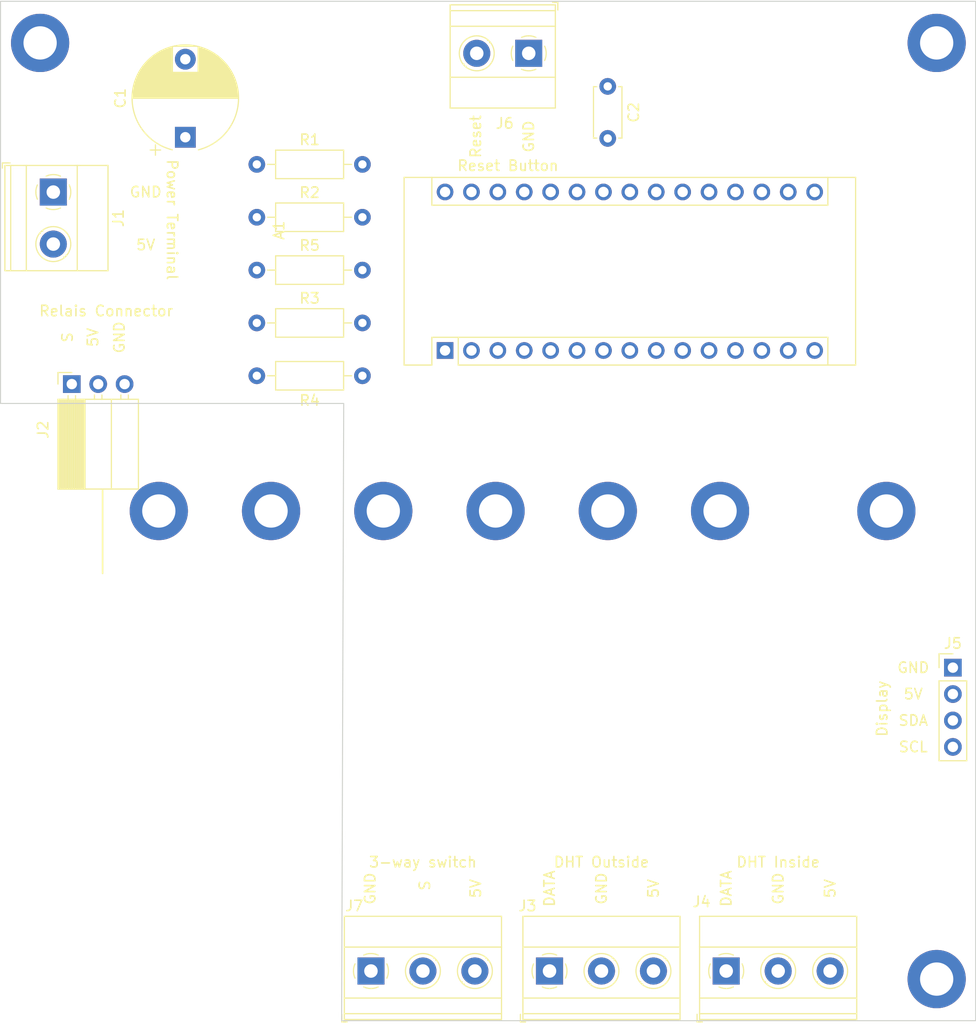
<source format=kicad_pcb>
(kicad_pcb (version 20211014) (generator pcbnew)
  (title_block (title "Dewpoint PCB") (date "2022-06-10") (rev "1.0"))
  (layers (0 "F.Cu" signal) (31 "B.Cu" signal) (34 "B.Paste" user) (35 "F.Paste" user) (36 "B.SilkS" user "B.Silkscreen") (37 "F.SilkS" user "F.Silkscreen") (38 "B.Mask" user) (39 "F.Mask" user) (44 "Edge.Cuts" user))
  (net 0 "")
  (net 4 "GND")
  (net 7 "DHT Outside")
  (net 8 "DHT Inside")
  (net 9 "Relais")
  (net 23 "SDA")
  (net 24 "SCL")
  (net 28 "Reset")
  (net 29 "+5V")
  (net 30 "Net-(J7-Pad2)")
  (footprint "Resistor_THT:R_Axial_DIN0207_L6.3mm_D2.5mm_P10.16mm_Horizontal" (layer "F.Cu") (at 67.84 55.76)
    (fp_text reference "R2" (at 5.08 -2.37) (layer "F.SilkS"))
    (fp_text value "10k")
    (fp_line (start 1.81 -1.37) (end 1.81 1.37) (layer "F.SilkS") (width 0.12))
    (fp_line (start 8.35 -1.37) (end 1.81 -1.37) (layer "F.SilkS") (width 0.12))
    (fp_line (start 1.81 1.37) (end 8.35 1.37) (layer "F.SilkS") (width 0.12))
    (fp_line (start 8.35 1.37) (end 8.35 -1.37) (layer "F.SilkS") (width 0.12))
    (fp_line (start 9.12 0) (end 8.35 0) (layer "F.SilkS") (width 0.12))
    (fp_line (start 1.04 0) (end 1.81 0) (layer "F.SilkS") (width 0.12))
    (pad "1" thru_hole circle (at 0 0) (size 1.6 1.6) (drill 0.8) (layers *.Cu *.Mask) (net 29 "+5V"))
    (pad "2" thru_hole oval (at 10.16 0) (size 1.6 1.6) (drill 0.8) (layers *.Cu *.Mask) (net 8 "DHT Inside"))
  )
  (footprint "" (layer "F.Cu") (at 133.25 129)
    (fp_text reference "" (at 0 0) (layer "F.SilkS") (effects (font (size 1.27 1.27))))
    (fp_text value "" (at 0 0) (layer "F.SilkS") (effects (font (size 1.27 1.27))))
    (pad "1" thru_hole circle (at 0 0) (size 5.6 5.6) (drill 3.2) (layers *.Cu *.Mask))
  )
  (footprint "Resistor_THT:R_Axial_DIN0207_L6.3mm_D2.5mm_P10.16mm_Horizontal" (layer "F.Cu") (at 67.84 60.84)
    (fp_text reference "R5" (at 5.08 -2.37) (layer "F.SilkS"))
    (fp_text value "4k7")
    (fp_line (start 9.12 0) (end 8.35 0) (layer "F.SilkS") (width 0.12))
    (fp_line (start 1.81 -1.37) (end 1.81 1.37) (layer "F.SilkS") (width 0.12))
    (fp_line (start 8.35 -1.37) (end 1.81 -1.37) (layer "F.SilkS") (width 0.12))
    (fp_line (start 1.81 1.37) (end 8.35 1.37) (layer "F.SilkS") (width 0.12))
    (fp_line (start 8.35 1.37) (end 8.35 -1.37) (layer "F.SilkS") (width 0.12))
    (fp_line (start 1.04 0) (end 1.81 0) (layer "F.SilkS") (width 0.12))
    (pad "1" thru_hole circle (at 0 0) (size 1.6 1.6) (drill 0.8) (layers *.Cu *.Mask) (net 30 "Net-(J7-Pad2)"))
    (pad "2" thru_hole oval (at 10.16 0) (size 1.6 1.6) (drill 0.8) (layers *.Cu *.Mask) (net 9 "Relais"))
  )
  (footprint "" (layer "F.Cu") (at 101.61 84)
    (fp_text reference "" (at 0 0) (layer "F.SilkS") (effects (font (size 1.27 1.27))))
    (fp_text value "" (at 0 0) (layer "F.SilkS") (effects (font (size 1.27 1.27))))
    (pad "1" thru_hole circle (at 0 0) (size 5.6 5.6) (drill 3.2) (layers *.Cu *.Mask))
  )
  (footprint "" (layer "F.Cu") (at 128.41 84)
    (fp_text reference "" (at 0 0) (layer "F.SilkS") (effects (font (size 1.27 1.27))))
    (fp_text value "" (at 0 0) (layer "F.SilkS") (effects (font (size 1.27 1.27))))
    (pad "1" thru_hole circle (at 0 0) (size 5.6 5.6) (drill 3.2) (layers *.Cu *.Mask))
  )
  (footprint "Connector_PinHeader_2.54mm:PinHeader_1x04_P2.54mm_Vertical" (layer "F.Cu") (at 134.81 99.06)
    (fp_text reference "J5" (at 0 -2.33) (layer "F.SilkS"))
    (fp_text value "Display Connector" hide)
    (fp_line (start -1.33 0) (end -1.33 -1.33) (layer "F.SilkS") (width 0.12))
    (fp_line (start -1.33 -1.33) (end 0 -1.33) (layer "F.SilkS") (width 0.12))
    (fp_line (start -1.33 1.27) (end -1.33 8.95) (layer "F.SilkS") (width 0.12))
    (fp_line (start -1.33 8.95) (end 1.33 8.95) (layer "F.SilkS") (width 0.12))
    (fp_line (start 1.33 1.27) (end 1.33 8.95) (layer "F.SilkS") (width 0.12))
    (fp_line (start -1.33 1.27) (end 1.33 1.27) (layer "F.SilkS") (width 0.12))
    (pad "1" thru_hole rect (at 0 0) (size 1.7 1.7) (drill 1) (layers *.Cu *.Mask) (net 4 "GND"))
    (pad "2" thru_hole oval (at 0 2.54) (size 1.7 1.7) (drill 1) (layers *.Cu *.Mask) (net 29 "+5V"))
    (pad "3" thru_hole oval (at 0 5.08) (size 1.7 1.7) (drill 1) (layers *.Cu *.Mask) (net 23 "SDA"))
    (pad "4" thru_hole oval (at 0 7.62) (size 1.7 1.7) (drill 1) (layers *.Cu *.Mask) (net 24 "SCL"))
  )
  (footprint "Capacitor_THT:CP_Radial_D10.0mm_P7.50mm" (layer "F.Cu") (at 60.96 48.067677 90)
    (fp_text reference "C1" (at 3.75 -6.25 90) (layer "F.SilkS"))
    (fp_text value "1000uF / 25V")
    (fp_line (start 7.871 -3) (end 7.871 -1.241) (layer "F.SilkS") (width 0.12))
    (fp_line (start 7.951 -2.889) (end 7.951 -1.241) (layer "F.SilkS") (width 0.12))
    (fp_line (start 5.631 -4.723) (end 5.631 4.723) (layer "F.SilkS") (width 0.12))
    (fp_line (start 8.071 -2.709) (end 8.071 -1.241) (layer "F.SilkS") (width 0.12))
    (fp_line (start -1.229646 -3.375) (end -1.229646 -2.375) (layer "F.SilkS") (width 0.12))
    (fp_line (start 8.431 1.241) (end 8.431 2.037) (layer "F.SilkS") (width 0.12))
    (fp_line (start 7.271 -3.679) (end 7.271 -1.241) (layer "F.SilkS") (width 0.12))
    (fp_line (start 5.671 -4.707) (end 5.671 4.707) (layer "F.SilkS") (width 0.12))
    (fp_line (start 4.23 -5.058) (end 4.23 5.058) (layer "F.SilkS") (width 0.12))
    (fp_line (start 5.111 -4.897) (end 5.111 4.897) (layer "F.SilkS") (width 0.12))
    (fp_line (start 3.91 -5.078) (end 3.91 5.078) (layer "F.SilkS") (width 0.12))
    (fp_line (start 7.511 -3.436) (end 7.511 -1.241) (layer "F.SilkS") (width 0.12))
    (fp_line (start 7.871 1.241) (end 7.871 3) (layer "F.SilkS") (width 0.12))
    (fp_line (start 7.151 1.241) (end 7.151 3.789) (layer "F.SilkS") (width 0.12))
    (fp_line (start 6.711 1.241) (end 6.711 4.138) (layer "F.SilkS") (width 0.12))
    (fp_line (start 6.231 -4.44) (end 6.231 4.44) (layer "F.SilkS") (width 0.12))
    (fp_line (start 5.351 -4.824) (end 5.351 4.824) (layer "F.SilkS") (width 0.12))
    (fp_line (start 7.711 1.241) (end 7.711 3.206) (layer "F.SilkS") (width 0.12))
    (fp_line (start 7.471 1.241) (end 7.471 3.478) (layer "F.SilkS") (width 0.12))
    (fp_line (start 6.791 -4.08) (end 6.791 -1.241) (layer "F.SilkS") (width 0.12))
    (fp_line (start 6.991 -3.925) (end 6.991 -1.241) (layer "F.SilkS") (width 0.12))
    (fp_line (start 5.471 -4.783) (end 5.471 4.783) (layer "F.SilkS") (width 0.12))
    (fp_line (start 6.911 1.241) (end 6.911 3.989) (layer "F.SilkS") (width 0.12))
    (fp_line (start 8.231 -2.439) (end 8.231 -1.241) (layer "F.SilkS") (width 0.12))
    (fp_line (start 5.951 -4.584) (end 5.951 4.584) (layer "F.SilkS") (width 0.12))
    (fp_line (start 5.151 -4.885) (end 5.151 4.885) (layer "F.SilkS") (width 0.12))
    (fp_line (start 6.151 -4.483) (end 6.151 4.483) (layer "F.SilkS") (width 0.12))
    (fp_line (start 7.431 1.241) (end 7.431 3.52) (layer "F.SilkS") (width 0.12))
    (fp_line (start 6.871 1.241) (end 6.871 4.02) (layer "F.SilkS") (width 0.12))
    (fp_line (start 8.111 1.241) (end 8.111 2.645) (layer "F.SilkS") (width 0.12))
    (fp_line (start 4.511 -5.024) (end 4.511 5.024) (layer "F.SilkS") (width 0.12))
    (fp_line (start 7.151 -3.789) (end 7.151 -1.241) (layer "F.SilkS") (width 0.12))
    (fp_line (start 7.231 -3.716) (end 7.231 -1.241) (layer "F.SilkS") (width 0.12))
    (fp_line (start 8.471 1.241) (end 8.471 1.944) (layer "F.SilkS") (width 0.12))
    (fp_line (start 8.151 1.241) (end 8.151 2.579) (layer "F.SilkS") (width 0.12))
    (fp_line (start 7.191 -3.753) (end 7.191 -1.241) (layer "F.SilkS") (width 0.12))
    (fp_line (start 7.191 1.241) (end 7.191 3.753) (layer "F.SilkS") (width 0.12))
    (fp_line (start 6.271 1.241) (end 6.271 4.417) (layer "F.SilkS") (width 0.12))
    (fp_line (start 8.391 1.241) (end 8.391 2.125) (layer "F.SilkS") (width 0.12))
    (fp_line (start 8.311 -2.289) (end 8.311 -1.241) (layer "F.SilkS") (width 0.12))
    (fp_line (start 6.831 1.241) (end 6.831 4.05) (layer "F.SilkS") (width 0.12))
    (fp_line (start 7.231 1.241) (end 7.231 3.716) (layer "F.SilkS") (width 0.12))
    (fp_line (start 6.271 -4.417) (end 6.271 -1.241) (layer "F.SilkS") (width 0.12))
    (fp_line (start 7.271 1.241) (end 7.271 3.679) (layer "F.SilkS") (width 0.12))
    (fp_line (start 4.03 -5.073) (end 4.03 5.073) (layer "F.SilkS") (width 0.12))
    (fp_line (start 7.311 1.241) (end 7.311 3.64) (layer "F.SilkS") (width 0.12))
    (fp_line (start 7.591 -3.347) (end 7.591 -1.241) (layer "F.SilkS") (width 0.12))
    (fp_line (start 8.551 -1.742) (end 8.551 -1.241) (layer "F.SilkS") (width 0.12))
    (fp_line (start 3.99 -5.075) (end 3.99 5.075) (layer "F.SilkS") (width 0.12))
    (fp_line (start 5.751 -4.674) (end 5.751 4.674) (layer "F.SilkS") (width 0.12))
    (fp_line (start 5.431 -4.797) (end 5.431 4.797) (layer "F.SilkS") (width 0.12))
    (fp_line (start 6.071 -4.525) (end 6.071 4.525) (layer "F.SilkS") (width 0.12))
    (fp_line (start 8.151 -2.579) (end 8.151 -1.241) (layer "F.SilkS") (width 0.12))
    (fp_line (start 7.511 1.241) (end 7.511 3.436) (layer "F.SilkS") (width 0.12))
    (fp_line (start 7.111 -3.824) (end 7.111 -1.241) (layer "F.SilkS") (width 0.12))
    (fp_line (start 7.391 -3.561) (end 7.391 -1.241) (layer "F.SilkS") (width 0.12))
    (fp_line (start 4.991 -4.928) (end 4.991 4.928) (layer "F.SilkS") (width 0.12))
    (fp_line (start 3.95 -5.077) (end 3.95 5.077) (layer "F.SilkS") (width 0.12))
    (fp_line (start 6.951 -3.957) (end 6.951 -1.241) (layer "F.SilkS") (width 0.12))
    (fp_line (start 6.671 1.241) (end 6.671 4.166) (layer "F.SilkS") (width 0.12))
    (fp_line (start 4.951 -4.938) (end 4.951 4.938) (layer "F.SilkS") (width 0.12))
    (fp_line (start 5.511 -4.768) (end 5.511 4.768) (layer "F.SilkS") (width 0.12))
    (fp_line (start 7.831 -3.054) (end 7.831 -1.241) (layer "F.SilkS") (width 0.12))
    (fp_line (start 5.831 -4.639) (end 5.831 4.639) (layer "F.SilkS") (width 0.12))
    (fp_line (start 6.911 -3.989) (end 6.911 -1.241) (layer "F.SilkS") (width 0.12))
    (fp_line (start 5.551 -4.754) (end 5.551 4.754) (layer "F.SilkS") (width 0.12))
    (fp_line (start 5.911 -4.603) (end 5.911 4.603) (layer "F.SilkS") (width 0.12))
    (fp_line (start 8.191 1.241) (end 8.191 2.51) (layer "F.SilkS") (width 0.12))
    (fp_line (start 6.951 1.241) (end 6.951 3.957) (layer "F.SilkS") (width 0.12))
    (fp_line (start 6.671 -4.166) (end 6.671 -1.241) (layer "F.SilkS") (width 0.12))
    (fp_line (start 7.791 -3.106) (end 7.791 -1.241) (layer "F.SilkS") (width 0.12))
    (fp_line (start 6.551 -4.247) (end 6.551 -1.241) (layer "F.SilkS") (width 0.12))
    (fp_line (start 7.991 1.241) (end 7.991 2.83) (layer "F.SilkS") (width 0.12))
    (fp_line (start 6.031 -4.545) (end 6.031 4.545) (layer "F.SilkS") (width 0.12))
    (fp_line (start 7.631 1.241) (end 7.631 3.301) (layer "F.SilkS") (width 0.12))
    (fp_line (start 8.271 -2.365) (end 8.271 -1.241) (layer "F.SilkS") (width 0.12))
    (fp_line (start 6.111 -4.504) (end 6.111 4.504) (layer "F.SilkS") (width 0.12))
    (fp_line (start 6.871 -4.02) (end 6.871 -1.241) (layer "F.SilkS") (width 0.12))
    (fp_line (start 7.991 -2.83) (end 7.991 -1.241) (layer "F.SilkS") (width 0.12))
    (fp_line (start 6.831 -4.05) (end 6.831 -1.241) (layer "F.SilkS") (width 0.12))
    (fp_line (start 6.551 1.241) (end 6.551 4.247) (layer "F.SilkS") (width 0.12))
    (fp_line (start 5.391 -4.811) (end 5.391 4.811) (layer "F.SilkS") (width 0.12))
    (fp_line (start 8.591 -1.63) (end 8.591 -1.241) (layer "F.SilkS") (width 0.12))
    (fp_line (start 8.471 -1.944) (end 8.471 -1.241) (layer "F.SilkS") (width 0.12))
    (fp_line (start 6.751 -4.11) (end 6.751 -1.241) (layer "F.SilkS") (width 0.12))
    (fp_line (start 7.071 1.241) (end 7.071 3.858) (layer "F.SilkS") (width 0.12))
    (fp_line (start 8.231 1.241) (end 8.231 2.439) (layer "F.SilkS") (width 0.12))
    (fp_line (start 3.83 -5.08) (end 3.83 5.08) (layer "F.SilkS") (width 0.12))
    (fp_line (start 7.351 1.241) (end 7.351 3.601) (layer "F.SilkS") (width 0.12))
    (fp_line (start 4.471 -5.03) (end 4.471 5.03) (layer "F.SilkS") (width 0.12))
    (fp_line (start 6.431 -4.323) (end 6.431 -1.241) (layer "F.SilkS") (width 0.12))
    (fp_line (start 8.311 1.241) (end 8.311 2.289) (layer "F.SilkS") (width 0.12))
    (fp_line (start 4.551 -5.018) (end 4.551 5.018) (layer "F.SilkS") (width 0.12))
    (fp_line (start 8.191 -2.51) (end 8.191 -1.241) (layer "F.SilkS") (width 0.12))
    (fp_line (start 7.551 1.241) (end 7.551 3.392) (layer "F.SilkS") (width 0.12))
    (fp_line (start 5.311 -4.837) (end 5.311 4.837) (layer "F.SilkS") (width 0.12))
    (fp_line (start 7.711 -3.206) (end 7.711 -1.241) (layer "F.SilkS") (width 0.12))
    (fp_line (start 4.631 -5.004) (end 4.631 5.004) (layer "F.SilkS") (width 0.12))
    (fp_line (start 7.671 1.241) (end 7.671 3.254) (layer "F.SilkS") (width 0.12))
    (fp_line (start 6.191 -4.462) (end 6.191 4.462) (layer "F.SilkS") (width 0.12))
    (fp_line (start 7.311 -3.64) (end 7.311 -1.241) (layer "F.SilkS") (width 0.12))
    (fp_line (start 7.951 1.241) (end 7.951 2.889) (layer "F.SilkS") (width 0.12))
    (fp_line (start 6.631 -4.194) (end 6.631 -1.241) (layer "F.SilkS") (width 0.12))
    (fp_line (start 5.231 -4.862) (end 5.231 4.862) (layer "F.SilkS") (width 0.12))
    (fp_line (start 6.431 1.241) (end 6.431 4.323) (layer "F.SilkS") (width 0.12))
    (fp_line (start 7.071 -3.858) (end 7.071 -1.241) (layer "F.SilkS") (width 0.12))
    (fp_line (start 7.591 1.241) (end 7.591 3.347) (layer "F.SilkS") (width 0.12))
    (fp_line (start 7.911 -2.945) (end 7.911 -1.241) (layer "F.SilkS") (width 0.12))
    (fp_line (start 4.15 -5.065) (end 4.15 5.065) (layer "F.SilkS") (width 0.12))
    (fp_line (start 7.471 -3.478) (end 7.471 -1.241) (layer "F.SilkS") (width 0.12))
    (fp_line (start 8.631 -1.51) (end 8.631 -1.241) (layer "F.SilkS") (width 0.12))
    (fp_line (start 7.671 -3.254) (end 7.671 -1.241) (layer "F.SilkS") (width 0.12))
    (fp_line (start 5.991 -4.564) (end 5.991 4.564) (layer "F.SilkS") (width 0.12))
    (fp_line (start 6.311 -4.395) (end 6.311 -1.241) (layer "F.SilkS") (width 0.12))
    (fp_line (start 4.791 -4.974) (end 4.791 4.974) (layer "F.SilkS") (width 0.12))
    (fp_line (start 6.591 1.241) (end 6.591 4.221) (layer "F.SilkS") (width 0.12))
    (fp_line (start 5.271 -4.85) (end 5.271 4.85) (layer "F.SilkS") (width 0.12))
    (fp_line (start 6.631 1.241) (end 6.631 4.194) (layer "F.SilkS") (width 0.12))
    (fp_line (start 8.831 -0.599) (end 8.831 0.599) (layer "F.SilkS") (width 0.12))
    (fp_line (start 8.071 1.241) (end 8.071 2.709) (layer "F.SilkS") (width 0.12))
    (fp_line (start 4.31 -5.05) (end 4.31 5.05) (layer "F.SilkS") (width 0.12))
    (fp_line (start 8.351 1.241) (end 8.351 2.209) (layer "F.SilkS") (width 0.12))
    (fp_line (start 4.911 -4.947) (end 4.911 4.947) (layer "F.SilkS") (width 0.12))
    (fp_line (start 6.471 -4.298) (end 6.471 -1.241) (layer "F.SilkS") (width 0.12))
    (fp_line (start 7.391 1.241) (end 7.391 3.561) (layer "F.SilkS") (width 0.12))
    (fp_line (start 4.43 -5.035) (end 4.43 5.035) (layer "F.SilkS") (width 0.12))
    (fp_line (start 5.711 -4.69) (end 5.711 4.69) (layer "F.SilkS") (width 0.12))
    (fp_line (start 6.511 -4.273) (end 6.511 -1.241) (layer "F.SilkS") (width 0.12))
    (fp_line (start 4.11 -5.068) (end 4.11 5.068) (layer "F.SilkS") (width 0.12))
    (fp_line (start 7.791 1.241) (end 7.791 3.106) (layer "F.SilkS") (width 0.12))
    (fp_line (start 6.391 -4.347) (end 6.391 -1.241) (layer "F.SilkS") (width 0.12))
    (fp_line (start 4.39 -5.04) (end 4.39 5.04) (layer "F.SilkS") (width 0.12))
    (fp_line (start 4.671 -4.997) (end 4.671 4.997) (layer "F.SilkS") (width 0.12))
    (fp_line (start 8.511 -1.846) (end 8.511 -1.241) (layer "F.SilkS") (width 0.12))
    (fp_line (start 7.751 1.241) (end 7.751 3.156) (layer "F.SilkS") (width 0.12))
    (fp_line (start 6.751 1.241) (end 6.751 4.11) (layer "F.SilkS") (width 0.12))
    (fp_line (start 7.031 -3.892) (end 7.031 -1.241) (layer "F.SilkS") (width 0.12))
    (fp_line (start 7.111 1.241) (end 7.111 3.824) (layer "F.SilkS") (width 0.12))
    (fp_line (start 4.07 -5.07) (end 4.07 5.07) (layer "F.SilkS") (width 0.12))
    (fp_line (start 8.591 1.241) (end 8.591 1.63) (layer "F.SilkS") (width 0.12))
    (fp_line (start 5.031 -4.918) (end 5.031 4.918) (layer "F.SilkS") (width 0.12))
    (fp_line (start 5.071 -4.907) (end 5.071 4.907) (layer "F.SilkS") (width 0.12))
    (fp_line (start 8.751 -1.062) (end 8.751 1.062) (layer "F.SilkS") (width 0.12))
    (fp_line (start 8.031 1.241) (end 8.031 2.77) (layer "F.SilkS") (width 0.12))
    (fp_line (start 6.511 1.241) (end 6.511 4.273) (layer "F.SilkS") (width 0.12))
    (fp_line (start 7.631 -3.301) (end 7.631 -1.241) (layer "F.SilkS") (width 0.12))
    (fp_line (start 7.431 -3.52) (end 7.431 -1.241) (layer "F.SilkS") (width 0.12))
    (fp_line (start 8.031 -2.77) (end 8.031 -1.241) (layer "F.SilkS") (width 0.12))
    (fp_line (start 5.591 -4.738) (end 5.591 4.738) (layer "F.SilkS") (width 0.12))
    (fp_line (start 7.911 1.241) (end 7.911 2.945) (layer "F.SilkS") (width 0.12))
    (fp_line (start 4.751 -4.982) (end 4.751 4.982) (layer "F.SilkS") (width 0.12))
    (fp_line (start 6.351 -4.371) (end 6.351 -1.241) (layer "F.SilkS") (width 0.12))
    (fp_line (start 5.191 -4.874) (end 5.191 4.874) (layer "F.SilkS") (width 0.12))
    (fp_line (start 7.831 1.241) (end 7.831 3.054) (layer "F.SilkS") (width 0.12))
    (fp_line (start 7.351 -3.601) (end 7.351 -1.241) (layer "F.SilkS") (width 0.12))
    (fp_line (start 5.871 -4.621) (end 5.871 4.621) (layer "F.SilkS") (width 0.12))
    (fp_line (start 8.351 -2.209) (end 8.351 -1.241) (layer "F.SilkS") (width 0.12))
    (fp_line (start 4.711 -4.99) (end 4.711 4.99) (layer "F.SilkS") (width 0.12))
    (fp_line (start 5.791 -4.657) (end 5.791 4.657) (layer "F.SilkS") (width 0.12))
    (fp_line (start 8.631 1.241) (end 8.631 1.51) (layer "F.SilkS") (width 0.12))
    (fp_line (start 8.431 -2.037) (end 8.431 -1.241) (layer "F.SilkS") (width 0.12))
    (fp_line (start 4.35 -5.045) (end 4.35 5.045) (layer "F.SilkS") (width 0.12))
    (fp_line (start 8.111 -2.645) (end 8.111 -1.241) (layer "F.SilkS") (width 0.12))
    (fp_line (start 6.351 1.241) (end 6.351 4.371) (layer "F.SilkS") (width 0.12))
    (fp_line (start 6.471 1.241) (end 6.471 4.298) (layer "F.SilkS") (width 0.12))
    (fp_line (start 8.271 1.241) (end 8.271 2.365) (layer "F.SilkS") (width 0.12))
    (fp_line (start 4.19 -5.062) (end 4.19 5.062) (layer "F.SilkS") (width 0.12))
    (fp_line (start 6.791 1.241) (end 6.791 4.08) (layer "F.SilkS") (width 0.12))
    (fp_line (start 8.671 1.241) (end 8.671 1.378) (layer "F.SilkS") (width 0.12))
    (fp_line (start 6.391 1.241) (end 6.391 4.347) (layer "F.SilkS") (width 0.12))
    (fp_line (start 3.87 -5.079) (end 3.87 5.079) (layer "F.SilkS") (width 0.12))
    (fp_line (start 4.831 -4.965) (end 4.831 4.965) (layer "F.SilkS") (width 0.12))
    (fp_line (start -1.729646 -2.875) (end -0.729646 -2.875) (layer "F.SilkS") (width 0.12))
    (fp_line (start 8.391 -2.125) (end 8.391 -1.241) (layer "F.SilkS") (width 0.12))
    (fp_line (start 7.751 -3.156) (end 7.751 -1.241) (layer "F.SilkS") (width 0.12))
    (fp_line (start 8.791 -0.862) (end 8.791 0.862) (layer "F.SilkS") (width 0.12))
    (fp_line (start 8.671 -1.378) (end 8.671 -1.241) (layer "F.SilkS") (width 0.12))
    (fp_line (start 7.031 1.241) (end 7.031 3.892) (layer "F.SilkS") (width 0.12))
    (fp_line (start 6.991 1.241) (end 6.991 3.925) (layer "F.SilkS") (width 0.12))
    (fp_line (start 4.591 -5.011) (end 4.591 5.011) (layer "F.SilkS") (width 0.12))
    (fp_line (start 6.711 -4.138) (end 6.711 -1.241) (layer "F.SilkS") (width 0.12))
    (fp_line (start 8.551 1.241) (end 8.551 1.742) (layer "F.SilkS") (width 0.12))
    (fp_line (start 6.591 -4.221) (end 6.591 -1.241) (layer "F.SilkS") (width 0.12))
    (fp_line (start 4.27 -5.054) (end 4.27 5.054) (layer "F.SilkS") (width 0.12))
    (fp_line (start 7.551 -3.392) (end 7.551 -1.241) (layer "F.SilkS") (width 0.12))
    (fp_line (start 4.871 -4.956) (end 4.871 4.956) (layer "F.SilkS") (width 0.12))
    (fp_line (start 3.75 -5.08) (end 3.75 5.08) (layer "F.SilkS") (width 0.12))
    (fp_line (start 3.79 -5.08) (end 3.79 5.08) (layer "F.SilkS") (width 0.12))
    (fp_line (start 8.511 1.241) (end 8.511 1.846) (layer "F.SilkS") (width 0.12))
    (fp_line (start 6.311 1.241) (end 6.311 4.395) (layer "F.SilkS") (width 0.12))
    (fp_arc (start -1.21254 -1.26) (mid 8.87 0) (end -1.21254 1.26) (layer "F.SilkS") (width 0.12))
    (pad "1" thru_hole rect (at 0 0 90) (size 2 2) (drill 1) (layers *.Cu *.Mask) (net 29 "+5V"))
    (pad "2" thru_hole circle (at 7.5 0 90) (size 2 2) (drill 1) (layers *.Cu *.Mask) (net 4 "GND"))
  )
  (footprint "" (layer "F.Cu") (at 46.99 39)
    (fp_text reference "" (at 0 0) (layer "F.SilkS") (effects (font (size 1.27 1.27))))
    (fp_text value "" (at 0 0) (layer "F.SilkS") (effects (font (size 1.27 1.27))))
    (pad "1" thru_hole circle (at 0 0) (size 5.6 5.6) (drill 3.2) (layers *.Cu *.Mask))
  )
  (footprint "" (layer "F.Cu") (at 133.25 39)
    (fp_text reference "" (at 0 0) (layer "F.SilkS") (effects (font (size 1.27 1.27))))
    (fp_text value "" (at 0 0) (layer "F.SilkS") (effects (font (size 1.27 1.27))))
    (pad "1" thru_hole circle (at 0 0) (size 5.6 5.6) (drill 3.2) (layers *.Cu *.Mask))
  )
  (footprint "" (layer "F.Cu") (at 112.41 84)
    (fp_text reference "" (at 0 0) (layer "F.SilkS") (effects (font (size 1.27 1.27))))
    (fp_text value "" (at 0 0) (layer "F.SilkS") (effects (font (size 1.27 1.27))))
    (pad "1" thru_hole circle (at 0 0) (size 5.6 5.6) (drill 3.2) (layers *.Cu *.Mask))
  )
  (footprint "TerminalBlock_Phoenix:TerminalBlock_Phoenix_MKDS-1,5-3_1x03_P5.00mm_Horizontal" (layer "F.Cu") (at 78.82 128.225)
    (fp_text reference "J7" (at -1.604 -6.26) (layer "F.SilkS"))
    (fp_text value "3-way On/Auto/Off-Switch" hide)
    (fp_line (start 6.07 -1.275) (end 6.035 -1.239) (layer "F.SilkS") (width 0.12))
    (fp_line (start -2.56 -2.301) (end 12.56 -2.301) (layer "F.SilkS") (width 0.12))
    (fp_line (start -2.8 4.16) (end -2.8 4.9) (layer "F.SilkS") (width 0.12))
    (fp_line (start 6.275 -1.069) (end 6.228 -1.023) (layer "F.SilkS") (width 0.12))
    (fp_line (start -2.8 4.9) (end -2.3 4.9) (layer "F.SilkS") (width 0.12))
    (fp_line (start -2.56 -5.261) (end -2.56 4.66) (layer "F.SilkS") (width 0.12))
    (fp_line (start 8.773 1.023) (end 8.726 1.069) (layer "F.SilkS") (width 0.12))
    (fp_line (start 12.56 -5.261) (end 12.56 4.66) (layer "F.SilkS") (width 0.12))
    (fp_line (start 11.275 -1.069) (end 11.228 -1.023) (layer "F.SilkS") (width 0.12))
    (fp_line (start -2.56 4.66) (end 12.56 4.66) (layer "F.SilkS") (width 0.12))
    (fp_line (start 3.773 1.023) (end 3.726 1.069) (layer "F.SilkS") (width 0.12))
    (fp_line (start -2.56 4.1) (end 12.56 4.1) (layer "F.SilkS") (width 0.12))
    (fp_line (start 11.07 -1.275) (end 11.035 -1.239) (layer "F.SilkS") (width 0.12))
    (fp_line (start -2.56 -5.261) (end 12.56 -5.261) (layer "F.SilkS") (width 0.12))
    (fp_line (start -2.56 2.6) (end 12.56 2.6) (layer "F.SilkS") (width 0.12))
    (fp_line (start 8.966 1.239) (end 8.931 1.274) (layer "F.SilkS") (width 0.12))
    (fp_line (start 3.966 1.239) (end 3.931 1.274) (layer "F.SilkS") (width 0.12))
    (fp_arc (start -1.535427 0.683042) (mid -1.680501 -0.000524) (end -1.535 -0.684) (layer "F.SilkS") (width 0.12))
    (fp_arc (start 1.535427 -0.683042) (mid 1.680501 0.000524) (end 1.535 0.684) (layer "F.SilkS") (width 0.12))
    (fp_arc (start -0.683042 -1.535427) (mid 0.000524 -1.680501) (end 0.684 -1.535) (layer "F.SilkS") (width 0.12))
    (fp_arc (start 0.683318 1.534756) (mid 0.349292 1.643288) (end 0 1.68) (layer "F.SilkS") (width 0.12))
    (fp_arc (start 0.028805 1.680253) (mid -0.335551 1.646659) (end -0.684 1.535) (layer "F.SilkS") (width 0.12))
    (fp_circle (center 10 0) (end 11.68 0) (layer "F.SilkS") (width 0.12) (fill none))
    (fp_circle (center 5 0) (end 6.68 0) (layer "F.SilkS") (width 0.12) (fill none))
    (pad "1" thru_hole rect (at 0 0) (size 2.6 2.6) (drill 1.3) (layers *.Cu *.Mask) (net 4 "GND"))
    (pad "2" thru_hole circle (at 5 0) (size 2.6 2.6) (drill 1.3) (layers *.Cu *.Mask) (net 30 "Net-(J7-Pad2)"))
    (pad "3" thru_hole circle (at 10 0) (size 2.6 2.6) (drill 1.3) (layers *.Cu *.Mask) (net 29 "+5V"))
  )
  (footprint "Module:Arduino_Nano" (layer "F.Cu") (at 85.95 68.57 90)
    (fp_text reference "A1" (at 11.55 -15.98 90) (layer "F.SilkS"))
    (fp_text value "Arduino_Nano_v3.x")
    (fp_line (start 1.27 1.27) (end 1.27 36.83) (layer "F.SilkS") (width 0.12))
    (fp_line (start 1.27 1.27) (end -1.4 1.27) (layer "F.SilkS") (width 0.12))
    (fp_line (start 13.97 -1.27) (end 16.64 -1.27) (layer "F.SilkS") (width 0.12))
    (fp_line (start 16.64 -3.94) (end -1.4 -3.94) (layer "F.SilkS") (width 0.12))
    (fp_line (start 13.97 36.83) (end 16.64 36.83) (layer "F.SilkS") (width 0.12))
    (fp_line (start -1.4 1.27) (end -1.4 39.5) (layer "F.SilkS") (width 0.12))
    (fp_line (start 1.27 1.27) (end 1.27 -1.27) (layer "F.SilkS") (width 0.12))
    (fp_line (start -1.4 39.5) (end 16.64 39.5) (layer "F.SilkS") (width 0.12))
    (fp_line (start 1.27 36.83) (end -1.4 36.83) (layer "F.SilkS") (width 0.12))
    (fp_line (start 13.97 -1.27) (end 13.97 36.83) (layer "F.SilkS") (width 0.12))
    (fp_line (start 1.27 -1.27) (end -1.4 -1.27) (layer "F.SilkS") (width 0.12))
    (fp_line (start -1.4 -3.94) (end -1.4 -1.27) (layer "F.SilkS") (width 0.12))
    (fp_line (start 16.64 39.5) (end 16.64 -3.94) (layer "F.SilkS") (width 0.12))
    (pad "1" thru_hole rect (at 0 0 90) (size 1.6 1.6) (drill 1) (layers *.Cu *.Mask))
    (pad "2" thru_hole oval (at 0 2.54 90) (size 1.6 1.6) (drill 1) (layers *.Cu *.Mask))
    (pad "3" thru_hole oval (at 0 5.08 90) (size 1.6 1.6) (drill 1) (layers *.Cu *.Mask))
    (pad "4" thru_hole oval (at 0 7.62 90) (size 1.6 1.6) (drill 1) (layers *.Cu *.Mask) (net 4 "GND"))
    (pad "5" thru_hole oval (at 0 10.16 90) (size 1.6 1.6) (drill 1) (layers *.Cu *.Mask))
    (pad "6" thru_hole oval (at 0 12.7 90) (size 1.6 1.6) (drill 1) (layers *.Cu *.Mask))
    (pad "7" thru_hole oval (at 0 15.24 90) (size 1.6 1.6) (drill 1) (layers *.Cu *.Mask) (net 7 "DHT Outside"))
    (pad "8" thru_hole oval (at 0 17.78 90) (size 1.6 1.6) (drill 1) (layers *.Cu *.Mask) (net 8 "DHT Inside"))
    (pad "9" thru_hole oval (at 0 20.32 90) (size 1.6 1.6) (drill 1) (layers *.Cu *.Mask) (net 9 "Relais"))
    (pad "10" thru_hole oval (at 0 22.86 90) (size 1.6 1.6) (drill 1) (layers *.Cu *.Mask))
    (pad "11" thru_hole oval (at 0 25.4 90) (size 1.6 1.6) (drill 1) (layers *.Cu *.Mask))
    (pad "12" thru_hole oval (at 0 27.94 90) (size 1.6 1.6) (drill 1) (layers *.Cu *.Mask))
    (pad "13" thru_hole oval (at 0 30.48 90) (size 1.6 1.6) (drill 1) (layers *.Cu *.Mask))
    (pad "14" thru_hole oval (at 0 33.02 90) (size 1.6 1.6) (drill 1) (layers *.Cu *.Mask))
    (pad "15" thru_hole oval (at 0 35.56 90) (size 1.6 1.6) (drill 1) (layers *.Cu *.Mask))
    (pad "16" thru_hole oval (at 15.24 35.56 90) (size 1.6 1.6) (drill 1) (layers *.Cu *.Mask))
    (pad "17" thru_hole oval (at 15.24 33.02 90) (size 1.6 1.6) (drill 1) (layers *.Cu *.Mask))
    (pad "18" thru_hole oval (at 15.24 30.48 90) (size 1.6 1.6) (drill 1) (layers *.Cu *.Mask))
    (pad "19" thru_hole oval (at 15.24 27.94 90) (size 1.6 1.6) (drill 1) (layers *.Cu *.Mask))
    (pad "20" thru_hole oval (at 15.24 25.4 90) (size 1.6 1.6) (drill 1) (layers *.Cu *.Mask))
    (pad "21" thru_hole oval (at 15.24 22.86 90) (size 1.6 1.6) (drill 1) (layers *.Cu *.Mask))
    (pad "22" thru_hole oval (at 15.24 20.32 90) (size 1.6 1.6) (drill 1) (layers *.Cu *.Mask))
    (pad "23" thru_hole oval (at 15.24 17.78 90) (size 1.6 1.6) (drill 1) (layers *.Cu *.Mask) (net 23 "SDA"))
    (pad "24" thru_hole oval (at 15.24 15.24 90) (size 1.6 1.6) (drill 1) (layers *.Cu *.Mask) (net 24 "SCL"))
    (pad "25" thru_hole oval (at 15.24 12.7 90) (size 1.6 1.6) (drill 1) (layers *.Cu *.Mask))
    (pad "26" thru_hole oval (at 15.24 10.16 90) (size 1.6 1.6) (drill 1) (layers *.Cu *.Mask))
    (pad "27" thru_hole oval (at 15.24 7.62 90) (size 1.6 1.6) (drill 1) (layers *.Cu *.Mask))
    (pad "28" thru_hole oval (at 15.24 5.08 90) (size 1.6 1.6) (drill 1) (layers *.Cu *.Mask) (net 28 "Reset"))
    (pad "29" thru_hole oval (at 15.24 2.54 90) (size 1.6 1.6) (drill 1) (layers *.Cu *.Mask) (net 4 "GND"))
    (pad "30" thru_hole oval (at 15.24 0 90) (size 1.6 1.6) (drill 1) (layers *.Cu *.Mask) (net 29 "+5V"))
  )
  (footprint "TerminalBlock_Phoenix:TerminalBlock_Phoenix_MKDS-1,5-3_1x03_P5.00mm_Horizontal" (layer "F.Cu") (at 96 128.225)
    (fp_text reference "J3" (at -2.112 -6.26) (layer "F.SilkS"))
    (fp_text value "Sensor Outside" hide)
    (fp_line (start 11.275 -1.069) (end 11.228 -1.023) (layer "F.SilkS") (width 0.12))
    (fp_line (start 11.07 -1.275) (end 11.035 -1.239) (layer "F.SilkS") (width 0.12))
    (fp_line (start 6.07 -1.275) (end 6.035 -1.239) (layer "F.SilkS") (width 0.12))
    (fp_line (start -2.56 -5.261) (end 12.56 -5.261) (layer "F.SilkS") (width 0.12))
    (fp_line (start 8.966 1.239) (end 8.931 1.274) (layer "F.SilkS") (width 0.12))
    (fp_line (start 8.773 1.023) (end 8.726 1.069) (layer "F.SilkS") (width 0.12))
    (fp_line (start -2.56 4.66) (end 12.56 4.66) (layer "F.SilkS") (width 0.12))
    (fp_line (start 3.773 1.023) (end 3.726 1.069) (layer "F.SilkS") (width 0.12))
    (fp_line (start 6.275 -1.069) (end 6.228 -1.023) (layer "F.SilkS") (width 0.12))
    (fp_line (start 3.966 1.239) (end 3.931 1.274) (layer "F.SilkS") (width 0.12))
    (fp_line (start -2.56 -2.301) (end 12.56 -2.301) (layer "F.SilkS") (width 0.12))
    (fp_line (start -2.56 -5.261) (end -2.56 4.66) (layer "F.SilkS") (width 0.12))
    (fp_line (start -2.56 4.1) (end 12.56 4.1) (layer "F.SilkS") (width 0.12))
    (fp_line (start -2.56 2.6) (end 12.56 2.6) (layer "F.SilkS") (width 0.12))
    (fp_line (start -2.8 4.9) (end -2.3 4.9) (layer "F.SilkS") (width 0.12))
    (fp_line (start -2.8 4.16) (end -2.8 4.9) (layer "F.SilkS") (width 0.12))
    (fp_line (start 12.56 -5.261) (end 12.56 4.66) (layer "F.SilkS") (width 0.12))
    (fp_arc (start 0.028805 1.680253) (mid -0.335551 1.646659) (end -0.684 1.535) (layer "F.SilkS") (width 0.12))
    (fp_arc (start -0.683042 -1.535427) (mid 0.000524 -1.680501) (end 0.684 -1.535) (layer "F.SilkS") (width 0.12))
    (fp_arc (start 0.683318 1.534756) (mid 0.349292 1.643288) (end 0 1.68) (layer "F.SilkS") (width 0.12))
    (fp_arc (start -1.535427 0.683042) (mid -1.680501 -0.000524) (end -1.535 -0.684) (layer "F.SilkS") (width 0.12))
    (fp_arc (start 1.535427 -0.683042) (mid 1.680501 0.000524) (end 1.535 0.684) (layer "F.SilkS") (width 0.12))
    (fp_circle (center 5 0) (end 6.68 0) (layer "F.SilkS") (width 0.12) (fill none))
    (fp_circle (center 10 0) (end 11.68 0) (layer "F.SilkS") (width 0.12) (fill none))
    (pad "1" thru_hole rect (at 0 0) (size 2.6 2.6) (drill 1.3) (layers *.Cu *.Mask) (net 7 "DHT Outside"))
    (pad "2" thru_hole circle (at 5 0) (size 2.6 2.6) (drill 1.3) (layers *.Cu *.Mask) (net 4 "GND"))
    (pad "3" thru_hole circle (at 10 0) (size 2.6 2.6) (drill 1.3) (layers *.Cu *.Mask) (net 29 "+5V"))
  )
  (footprint "Connector_PinSocket_2.54mm:PinSocket_1x03_P2.54mm_Horizontal" (layer "F.Cu") (at 50.038 71.8 90)
    (fp_text reference "J2" (at -4.38 -2.77 90) (layer "F.SilkS"))
    (fp_text value "Relais Connector")
    (fp_line (start -10.09 -1.21) (end -1.46 -1.21) (layer "F.SilkS") (width 0.12))
    (fp_line (start -10.09 6.41) (end -1.46 6.41) (layer "F.SilkS") (width 0.12))
    (fp_line (start -10.09 0.089045) (end -1.46 0.089045) (layer "F.SilkS") (width 0.12))
    (fp_line (start -10.09 -0.26524) (end -1.46 -0.26524) (layer "F.SilkS") (width 0.12))
    (fp_line (start -10.09 -1.091905) (end -1.46 -1.091905) (layer "F.SilkS") (width 0.12))
    (fp_line (start -10.09 0.91571) (end -1.46 0.91571) (layer "F.SilkS") (width 0.12))
    (fp_line (start -1.46 5.44) (end -1.05 5.44) (layer "F.SilkS") (width 0.12))
    (fp_line (start -10.09 0.44333) (end -1.46 0.44333) (layer "F.SilkS") (width 0.12))
    (fp_line (start -10.09 -0.147145) (end -1.46 -0.147145) (layer "F.SilkS") (width 0.12))
    (fp_line (start -10.09 -1.33) (end -10.09 6.41) (layer "F.SilkS") (width 0.12))
    (fp_line (start -10.09 -0.02905) (end -1.46 -0.02905) (layer "F.SilkS") (width 0.12))
    (fp_line (start -10.09 0.797615) (end -1.46 0.797615) (layer "F.SilkS") (width 0.12))
    (fp_line (start -1.46 -0.36) (end -1.11 -0.36) (layer "F.SilkS") (width 0.12))
    (fp_line (start -10.09 3.81) (end -1.46 3.81) (layer "F.SilkS") (width 0.12))
    (fp_line (start -10.09 -0.383335) (end -1.46 -0.383335) (layer "F.SilkS") (width 0.12))
    (fp_line (start -10.09 -0.50143) (end -1.46 -0.50143) (layer "F.SilkS") (width 0.12))
    (fp_line (start -10.09 -0.855715) (end -1.46 -0.855715) (layer "F.SilkS") (width 0.12))
    (fp_line (start -1.46 4.72) (end -1.05 4.72) (layer "F.SilkS") (width 0.12))
    (fp_line (start 1.11 -1.33) (end 1.11 0) (layer "F.SilkS") (width 0.12))
    (fp_line (start -1.46 2.18) (end -1.05 2.18) (layer "F.SilkS") (width 0.12))
    (fp_line (start -10.09 0.67952) (end -1.46 0.67952) (layer "F.SilkS") (width 0.12))
    (fp_line (start -10.09 1.27) (end -1.46 1.27) (layer "F.SilkS") (width 0.12))
    (fp_line (start -10.09 -1.33) (end -1.46 -1.33) (layer "F.SilkS") (width 0.12))
    (fp_line (start -10.09 1.1519) (end -1.46 1.1519) (layer "F.SilkS") (width 0.12))
    (fp_line (start -1.46 2.9) (end -1.05 2.9) (layer "F.SilkS") (width 0.12))
    (fp_line (start -1.46 0.36) (end -1.11 0.36) (layer "F.SilkS") (width 0.12))
    (fp_line (start -10.09 -0.619525) (end -1.46 -0.619525) (layer "F.SilkS") (width 0.12))
    (fp_line (start -10.09 0.325235) (end -1.46 0.325235) (layer "F.SilkS") (width 0.12))
    (fp_line (start -10.09 -0.73762) (end -1.46 -0.73762) (layer "F.SilkS") (width 0.12))
    (fp_line (start -1.46 -1.33) (end -1.46 6.41) (layer "F.SilkS") (width 0.12))
    (fp_line (start 0 -1.33) (end 1.11 -1.33) (layer "F.SilkS") (width 0.12))
    (fp_line (start -10.09 1.033805) (end -1.46 1.033805) (layer "F.SilkS") (width 0.12))
    (fp_line (start -10.09 0.561425) (end -1.46 0.561425) (layer "F.SilkS") (width 0.12))
    (fp_line (start -10.09 0.20714) (end -1.46 0.20714) (layer "F.SilkS") (width 0.12))
    (fp_line (start -10.09 -0.97381) (end -1.46 -0.97381) (layer "F.SilkS") (width 0.12))
    (pad "1" thru_hole rect (at 0 0 90) (size 1.7 1.7) (drill 1) (layers *.Cu *.Mask) (net 9 "Relais"))
    (pad "2" thru_hole oval (at 0 2.54 90) (size 1.7 1.7) (drill 1) (layers *.Cu *.Mask) (net 29 "+5V"))
    (pad "3" thru_hole oval (at 0 5.08 90) (size 1.7 1.7) (drill 1) (layers *.Cu *.Mask) (net 4 "GND"))
  )
  (footprint "Resistor_THT:R_Axial_DIN0207_L6.3mm_D2.5mm_P10.16mm_Horizontal" (layer "F.Cu") (at 67.84 65.92)
    (fp_text reference "R3" (at 5.08 -2.37) (layer "F.SilkS"))
    (fp_text value "4k7")
    (fp_line (start 1.81 1.37) (end 8.35 1.37) (layer "F.SilkS") (width 0.12))
    (fp_line (start 1.04 0) (end 1.81 0) (layer "F.SilkS") (width 0.12))
    (fp_line (start 9.12 0) (end 8.35 0) (layer "F.SilkS") (width 0.12))
    (fp_line (start 1.81 -1.37) (end 1.81 1.37) (layer "F.SilkS") (width 0.12))
    (fp_line (start 8.35 -1.37) (end 1.81 -1.37) (layer "F.SilkS") (width 0.12))
    (fp_line (start 8.35 1.37) (end 8.35 -1.37) (layer "F.SilkS") (width 0.12))
    (pad "1" thru_hole circle (at 0 0) (size 1.6 1.6) (drill 0.8) (layers *.Cu *.Mask) (net 29 "+5V"))
    (pad "2" thru_hole oval (at 10.16 0) (size 1.6 1.6) (drill 0.8) (layers *.Cu *.Mask) (net 23 "SDA"))
  )
  (footprint "MountingHole:MountingHole_3.2mm_M3_DIN965_Pad" (layer "F.Cu") (at 90.81 84)
    (fp_text reference "REF**" hide)
    (fp_text value "MountingHole_3.2mm_M3_DIN965_Pad" hide)
    (pad "1" thru_hole circle (at 0 0) (size 5.6 5.6) (drill 3.2) (layers *.Cu *.Mask))
  )
  (footprint "MountingHole:MountingHole_3.2mm_M3_DIN965_Pad" (layer "F.Cu") (at 80.01 84)
    (fp_text reference "REF**" hide)
    (fp_text value "MountingHole_3.2mm_M3_DIN965_Pad" hide)
    (pad "1" thru_hole circle (at 0 0) (size 5.6 5.6) (drill 3.2) (layers *.Cu *.Mask))
  )
  (footprint "TerminalBlock_Phoenix:TerminalBlock_Phoenix_MKDS-1,5-2_1x02_P5.00mm_Horizontal" (layer "F.Cu") (at 48.26 53.34 -90)
    (fp_text reference "J1" (at 2.5 -6.26 90) (layer "F.SilkS"))
    (fp_text value "Power Terminal" hide)
    (fp_line (start 6.07 -1.275) (end 6.035 -1.239) (layer "F.SilkS") (width 0.12))
    (fp_line (start -2.56 -5.261) (end 7.56 -5.261) (layer "F.SilkS") (width 0.12))
    (fp_line (start -2.8 4.9) (end -2.3 4.9) (layer "F.SilkS") (width 0.12))
    (fp_line (start -2.8 4.16) (end -2.8 4.9) (layer "F.SilkS") (width 0.12))
    (fp_line (start 3.966 1.239) (end 3.931 1.274) (layer "F.SilkS") (width 0.12))
    (fp_line (start 6.275 -1.069) (end 6.228 -1.023) (layer "F.SilkS") (width 0.12))
    (fp_line (start -2.56 4.1) (end 7.56 4.1) (layer "F.SilkS") (width 0.12))
    (fp_line (start 3.773 1.023) (end 3.726 1.069) (layer "F.SilkS") (width 0.12))
    (fp_line (start -2.56 4.66) (end 7.56 4.66) (layer "F.SilkS") (width 0.12))
    (fp_line (start 7.56 -5.261) (end 7.56 4.66) (layer "F.SilkS") (width 0.12))
    (fp_line (start -2.56 2.6) (end 7.56 2.6) (layer "F.SilkS") (width 0.12))
    (fp_line (start -2.56 -2.301) (end 7.56 -2.301) (layer "F.SilkS") (width 0.12))
    (fp_line (start -2.56 -5.261) (end -2.56 4.66) (layer "F.SilkS") (width 0.12))
    (fp_arc (start 0.028805 1.680253) (mid -0.335551 1.646659) (end -0.684 1.535) (layer "F.SilkS") (width 0.12))
    (fp_arc (start 0.683318 1.534756) (mid 0.349292 1.643288) (end 0 1.68) (layer "F.SilkS") (width 0.12))
    (fp_arc (start -1.535427 0.683042) (mid -1.680501 -0.000524) (end -1.535 -0.684) (layer "F.SilkS") (width 0.12))
    (fp_arc (start -0.683042 -1.535427) (mid 0.000524 -1.680501) (end 0.684 -1.535) (layer "F.SilkS") (width 0.12))
    (fp_arc (start 1.535427 -0.683042) (mid 1.680501 0.000524) (end 1.535 0.684) (layer "F.SilkS") (width 0.12))
    (fp_circle (center 5 0) (end 6.68 0) (layer "F.SilkS") (width 0.12) (fill none))
    (pad "1" thru_hole rect (at 0 0 270) (size 2.6 2.6) (drill 1.3) (layers *.Cu *.Mask) (net 4 "GND"))
    (pad "2" thru_hole circle (at 5 0 270) (size 2.6 2.6) (drill 1.3) (layers *.Cu *.Mask) (net 29 "+5V"))
  )
  (footprint "TerminalBlock_Phoenix:TerminalBlock_Phoenix_MKDS-1,5-3_1x03_P5.00mm_Horizontal" (layer "F.Cu") (at 113 128.225)
    (fp_text reference "J4" (at -2.366 -6.655) (layer "F.SilkS"))
    (fp_text value "Sensor Inside" hide)
    (fp_line (start 11.07 -1.275) (end 11.035 -1.239) (layer "F.SilkS") (width 0.12))
    (fp_line (start -2.8 4.16) (end -2.8 4.9) (layer "F.SilkS") (width 0.12))
    (fp_line (start 6.07 -1.275) (end 6.035 -1.239) (layer "F.SilkS") (width 0.12))
    (fp_line (start 12.56 -5.261) (end 12.56 4.66) (layer "F.SilkS") (width 0.12))
    (fp_line (start 8.966 1.239) (end 8.931 1.274) (layer "F.SilkS") (width 0.12))
    (fp_line (start -2.56 -2.301) (end 12.56 -2.301) (layer "F.SilkS") (width 0.12))
    (fp_line (start -2.56 -5.261) (end 12.56 -5.261) (layer "F.SilkS") (width 0.12))
    (fp_line (start -2.8 4.9) (end -2.3 4.9) (layer "F.SilkS") (width 0.12))
    (fp_line (start -2.56 4.66) (end 12.56 4.66) (layer "F.SilkS") (width 0.12))
    (fp_line (start 3.773 1.023) (end 3.726 1.069) (layer "F.SilkS") (width 0.12))
    (fp_line (start 11.275 -1.069) (end 11.228 -1.023) (layer "F.SilkS") (width 0.12))
    (fp_line (start -2.56 2.6) (end 12.56 2.6) (layer "F.SilkS") (width 0.12))
    (fp_line (start 3.966 1.239) (end 3.931 1.274) (layer "F.SilkS") (width 0.12))
    (fp_line (start 8.773 1.023) (end 8.726 1.069) (layer "F.SilkS") (width 0.12))
    (fp_line (start -2.56 4.1) (end 12.56 4.1) (layer "F.SilkS") (width 0.12))
    (fp_line (start 6.275 -1.069) (end 6.228 -1.023) (layer "F.SilkS") (width 0.12))
    (fp_line (start -2.56 -5.261) (end -2.56 4.66) (layer "F.SilkS") (width 0.12))
    (fp_arc (start 0.028805 1.680253) (mid -0.335551 1.646659) (end -0.684 1.535) (layer "F.SilkS") (width 0.12))
    (fp_arc (start 0.683318 1.534756) (mid 0.349292 1.643288) (end 0 1.68) (layer "F.SilkS") (width 0.12))
    (fp_arc (start 1.535427 -0.683042) (mid 1.680501 0.000524) (end 1.535 0.684) (layer "F.SilkS") (width 0.12))
    (fp_arc (start -1.535427 0.683042) (mid -1.680501 -0.000524) (end -1.535 -0.684) (layer "F.SilkS") (width 0.12))
    (fp_arc (start -0.683042 -1.535427) (mid 0.000524 -1.680501) (end 0.684 -1.535) (layer "F.SilkS") (width 0.12))
    (fp_circle (center 10 0) (end 11.68 0) (layer "F.SilkS") (width 0.12) (fill none))
    (fp_circle (center 5 0) (end 6.68 0) (layer "F.SilkS") (width 0.12) (fill none))
    (pad "1" thru_hole rect (at 0 0) (size 2.6 2.6) (drill 1.3) (layers *.Cu *.Mask) (net 8 "DHT Inside"))
    (pad "2" thru_hole circle (at 5 0) (size 2.6 2.6) (drill 1.3) (layers *.Cu *.Mask) (net 4 "GND"))
    (pad "3" thru_hole circle (at 10 0) (size 2.6 2.6) (drill 1.3) (layers *.Cu *.Mask) (net 29 "+5V"))
  )
  (footprint "" (layer "F.Cu") (at 58.41 84)
    (fp_text reference "" (at 0 0) (layer "F.SilkS") (effects (font (size 1.27 1.27))))
    (fp_text value "" (at 0 0) (layer "F.SilkS") (effects (font (size 1.27 1.27))))
    (pad "1" thru_hole circle (at 0 0) (size 5.6 5.6) (drill 3.2) (layers *.Cu *.Mask))
  )
  (footprint "Resistor_THT:R_Axial_DIN0207_L6.3mm_D2.5mm_P10.16mm_Horizontal" (layer "F.Cu") (at 78 71 180)
    (fp_text reference "R4" (at 5.08 -2.37) (layer "F.SilkS"))
    (fp_text value "4k7")
    (fp_line (start 8.35 -1.37) (end 1.81 -1.37) (layer "F.SilkS") (width 0.12))
    (fp_line (start 1.81 -1.37) (end 1.81 1.37) (layer "F.SilkS") (width 0.12))
    (fp_line (start 9.12 0) (end 8.35 0) (layer "F.SilkS") (width 0.12))
    (fp_line (start 1.81 1.37) (end 8.35 1.37) (layer "F.SilkS") (width 0.12))
    (fp_line (start 8.35 1.37) (end 8.35 -1.37) (layer "F.SilkS") (width 0.12))
    (fp_line (start 1.04 0) (end 1.81 0) (layer "F.SilkS") (width 0.12))
    (pad "1" thru_hole circle (at 0 0 180) (size 1.6 1.6) (drill 0.8) (layers *.Cu *.Mask) (net 24 "SCL"))
    (pad "2" thru_hole oval (at 10.16 0 180) (size 1.6 1.6) (drill 0.8) (layers *.Cu *.Mask) (net 29 "+5V"))
  )
  (footprint "Capacitor_THT:C_Disc_D4.7mm_W2.5mm_P5.00mm" (layer "F.Cu") (at 101.6 43.18 -90)
    (fp_text reference "C2" (at 2.5 -2.5 90) (layer "F.SilkS"))
    (fp_text value "10nF")
    (fp_line (start 4.97 -1.37) (end 4.97 -1.055) (layer "F.SilkS") (width 0.12))
    (fp_line (start 0.03 1.055) (end 0.03 1.37) (layer "F.SilkS") (width 0.12))
    (fp_line (start 0.03 -1.37) (end 0.03 -1.055) (layer "F.SilkS") (width 0.12))
    (fp_line (start 0.03 -1.37) (end 4.97 -1.37) (layer "F.SilkS") (width 0.12))
    (fp_line (start 4.97 1.055) (end 4.97 1.37) (layer "F.SilkS") (width 0.12))
    (fp_line (start 0.03 1.37) (end 4.97 1.37) (layer "F.SilkS") (width 0.12))
    (pad "1" thru_hole circle (at 0 0 270) (size 1.6 1.6) (drill 0.8) (layers *.Cu *.Mask) (net 4 "GND"))
    (pad "2" thru_hole circle (at 5 0 270) (size 1.6 1.6) (drill 0.8) (layers *.Cu *.Mask) (net 29 "+5V"))
  )
  (footprint "" (layer "F.Cu") (at 69.21 84)
    (fp_text reference "" (at 0 0) (layer "F.SilkS") (effects (font (size 1.27 1.27))))
    (fp_text value "" (at 0 0) (layer "F.SilkS") (effects (font (size 1.27 1.27))))
    (pad "1" thru_hole circle (at 0 0) (size 5.6 5.6) (drill 3.2) (layers *.Cu *.Mask))
  )
  (footprint "TerminalBlock_Phoenix:TerminalBlock_Phoenix_MKDS-1,5-2_1x02_P5.00mm_Horizontal" (layer "F.Cu") (at 94 40 180)
    (fp_text reference "J6" (at 2.306 -6.736) (layer "F.SilkS"))
    (fp_text value "Reset Button" hide)
    (fp_line (start -2.56 4.66) (end 7.56 4.66) (layer "F.SilkS") (width 0.12))
    (fp_line (start -2.56 2.6) (end 7.56 2.6) (layer "F.SilkS") (width 0.12))
    (fp_line (start 7.56 -5.261) (end 7.56 4.66) (layer "F.SilkS") (width 0.12))
    (fp_line (start 6.07 -1.275) (end 6.035 -1.239) (layer "F.SilkS") (width 0.12))
    (fp_line (start -2.56 4.1) (end 7.56 4.1) (layer "F.SilkS") (width 0.12))
    (fp_line (start 3.773 1.023) (end 3.726 1.069) (layer "F.SilkS") (width 0.12))
    (fp_line (start -2.8 4.16) (end -2.8 4.9) (layer "F.SilkS") (width 0.12))
    (fp_line (start -2.8 4.9) (end -2.3 4.9) (layer "F.SilkS") (width 0.12))
    (fp_line (start -2.56 -2.301) (end 7.56 -2.301) (layer "F.SilkS") (width 0.12))
    (fp_line (start 3.966 1.239) (end 3.931 1.274) (layer "F.SilkS") (width 0.12))
    (fp_line (start -2.56 -5.261) (end 7.56 -5.261) (layer "F.SilkS") (width 0.12))
    (fp_line (start -2.56 -5.261) (end -2.56 4.66) (layer "F.SilkS") (width 0.12))
    (fp_line (start 6.275 -1.069) (end 6.228 -1.023) (layer "F.SilkS") (width 0.12))
    (fp_arc (start -1.535427 0.683042) (mid -1.680501 -0.000524) (end -1.535 -0.684) (layer "F.SilkS") (width 0.12))
    (fp_arc (start 0.683318 1.534756) (mid 0.349292 1.643288) (end 0 1.68) (layer "F.SilkS") (width 0.12))
    (fp_arc (start 0.028805 1.680253) (mid -0.335551 1.646659) (end -0.684 1.535) (layer "F.SilkS") (width 0.12))
    (fp_arc (start -0.683042 -1.535427) (mid 0.000524 -1.680501) (end 0.684 -1.535) (layer "F.SilkS") (width 0.12))
    (fp_arc (start 1.535427 -0.683042) (mid 1.680501 0.000524) (end 1.535 0.684) (layer "F.SilkS") (width 0.12))
    (fp_circle (center 5 0) (end 6.68 0) (layer "F.SilkS") (width 0.12) (fill none))
    (pad "1" thru_hole rect (at 0 0 180) (size 2.6 2.6) (drill 1.3) (layers *.Cu *.Mask) (net 4 "GND"))
    (pad "2" thru_hole circle (at 5 0 180) (size 2.6 2.6) (drill 1.3) (layers *.Cu *.Mask) (net 28 "Reset"))
  )
  (footprint "Resistor_THT:R_Axial_DIN0207_L6.3mm_D2.5mm_P10.16mm_Horizontal" (layer "F.Cu") (at 67.84 50.68)
    (fp_text reference "R1" (at 5.08 -2.37) (layer "F.SilkS"))
    (fp_text value "10k")
    (fp_line (start 8.35 -1.37) (end 1.81 -1.37) (layer "F.SilkS") (width 0.12))
    (fp_line (start 8.35 1.37) (end 8.35 -1.37) (layer "F.SilkS") (width 0.12))
    (fp_line (start 1.81 -1.37) (end 1.81 1.37) (layer "F.SilkS") (width 0.12))
    (fp_line (start 1.81 1.37) (end 8.35 1.37) (layer "F.SilkS") (width 0.12))
    (fp_line (start 1.04 0) (end 1.81 0) (layer "F.SilkS") (width 0.12))
    (fp_line (start 9.12 0) (end 8.35 0) (layer "F.SilkS") (width 0.12))
    (pad "1" thru_hole circle (at 0 0) (size 1.6 1.6) (drill 0.8) (layers *.Cu *.Mask) (net 29 "+5V"))
    (pad "2" thru_hole oval (at 10.16 0) (size 1.6 1.6) (drill 0.8) (layers *.Cu *.Mask) (net 7 "DHT Outside"))
  )
  (gr_line (start 53 82) (end 53 90) (layer "F.SilkS") (width 0.15))
  (gr_poly (pts (xy 137 133) (xy 76 133) (xy 76.2 73.66) (xy 43.18 73.66) (xy 43.18 35) (xy 137 35)) (layer "Edge.Cuts") (width 0.1) (fill none))
  (gr_text "GND" (at 118 120.3 90) (layer "F.SilkS") (effects (font (size 1 1))))
  (gr_text "5V" (at 106 120.3 90) (layer "F.SilkS") (effects (font (size 1 1))))
  (gr_text "5V" (at 88.9 120.3 90) (layer "F.SilkS") (effects (font (size 1 1))))
  (gr_text "DHT Inside" (at 118 117.76) (layer "F.SilkS") (effects (font (size 1 1))))
  (gr_text "DATA" (at 96 120.3 90) (layer "F.SilkS") (effects (font (size 1 1))))
  (gr_text "Reset" (at 88.9 48.006 90) (layer "F.SilkS") (effects (font (size 1 1))))
  (gr_text "5V" (at 123 120.3 90) (layer "F.SilkS") (effects (font (size 1 1))))
  (gr_text "GND" (at 94 48 90) (layer "F.SilkS") (effects (font (size 1 1))))
  (gr_text "GND" (at 57.15 53.34) (layer "F.SilkS") (effects (font (size 1 1))))
  (gr_text "GND" (at 131 99.06) (layer "F.SilkS") (effects (font (size 1 1))))
  (gr_text "3-way switch" (at 83.82 117.76) (layer "F.SilkS") (effects (font (size 1 1))))
  (gr_text "5V" (at 131 101.6) (layer "F.SilkS") (effects (font (size 1 1))))
  (gr_text "DHT Outside" (at 101 117.76) (layer "F.SilkS") (effects (font (size 1 1))))
  (gr_text "Display" (at 128 103 90) (layer "F.SilkS") (effects (font (size 1 1))))
  (gr_text "S" (at 49.53 67.31 270) (layer "F.SilkS") (effects (font (size 1 1))))
  (gr_text "Reset Button" (at 92 50.8) (layer "F.SilkS") (effects (font (size 1 1))))
  (gr_text "SDA" (at 131 104.14) (layer "F.SilkS") (effects (font (size 1 1))))
  (gr_text "SCL" (at 131 106.68) (layer "F.SilkS") (effects (font (size 1 1))))
  (gr_text "Relais Connector" (at 53.34 64.77) (layer "F.SilkS") (effects (font (size 1 1))))
  (gr_text "DATA" (at 113 120.3 90) (layer "F.SilkS") (effects (font (size 1 1))))
  (gr_text "GND" (at 78.74 120.3 90) (layer "F.SilkS") (effects (font (size 1 1))))
  (gr_text "5V" (at 57.15 58.42) (layer "F.SilkS") (effects (font (size 1 1))))
  (gr_text "5V" (at 52.07 67.31 90) (layer "F.SilkS") (effects (font (size 1 1))))
  (gr_text "S" (at 84 120 90) (layer "F.SilkS") (effects (font (size 1 1))))
  (gr_text "Power Terminal" (at 59.69 56 270) (layer "F.SilkS") (effects (font (size 1 1))))
  (gr_text "GND" (at 54.61 67.31 90) (layer "F.SilkS") (effects (font (size 1 1))))
  (gr_text "GND" (at 101 120.3 90) (layer "F.SilkS") (effects (font (size 1 1))))
)
</source>
